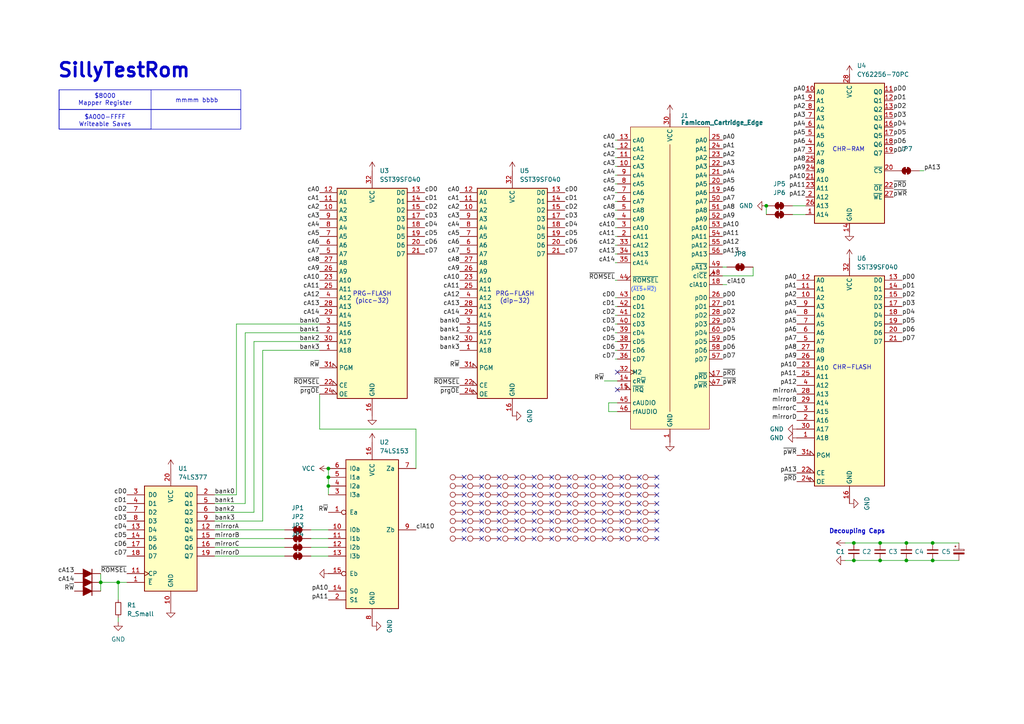
<source format=kicad_sch>
(kicad_sch (version 20250114) (generator "eeschema") (generator_version "9.0")
  (paper "A4")
  (title_block (title "SillyTestRom") (date "2024-03-04") (rev "v0b"))
  (rectangle (start 17.145 31.75) (end 69.85 37.465))
  (rectangle (start 17.145 26.035) (end 69.85 31.75))
  (text "SillyTestRom" (at 16.51 22.86 0) (effects (font (size 4 4) (thickness 0.8) (bold yes)) (justify left bottom)))
  (text "CHR-RAM" (at 246.126 43.434 0) (effects (font (size 1.27 1.27))))
  (text "mmmm bbbb" (at 50.8 29.972 0) (effects (font (size 1.27 1.27)) (justify left bottom)))
  (text "PRG-FLASH\n(dip-32)" (at 149.352 86.36 0) (effects (font (size 1.27 1.27))))
  (text "CHR-FLASH" (at 247.142 106.68 0) (effects (font (size 1.27 1.27))))
  (text "PRG-FLASH\n(plcc-32)" (at 107.95 86.36 0) (effects (font (size 1.27 1.27))))
  (text "Decoupling Caps" (at 256.794 154.94 0) (effects (font (size 1.27 1.27) (thickness 0.254) (bold yes)) (justify right bottom)))
  (text_box "$8000\nMapper Register\n\n$A000-FFFF\nWriteable Saves" (at 17.145 26.035 0) (size 26.67 11.43) (margins 0.9525 0.9525 0.9525 0.9525) (effects (font (size 1.27 1.27)) (justify top)))
  (junction (at 222.25 59.69))
  (junction (at 95.25 140.97))
  (junction (at 247.65 157.48))
  (junction (at 34.29 168.91))
  (junction (at 255.27 162.56))
  (junction (at 95.25 135.89))
  (junction (at 262.89 157.48))
  (junction (at 29.21 168.91))
  (junction (at 247.65 162.56))
  (junction (at 270.51 162.56))
  (junction (at 95.25 138.43))
  (junction (at 270.51 157.48))
  (junction (at 255.27 157.48))
  (junction (at 262.89 162.56))
  (no_connect (at 185.42 148.59))
  (no_connect (at 175.26 153.67))
  (no_connect (at 144.78 146.05))
  (no_connect (at 185.42 138.43))
  (no_connect (at 134.62 151.13))
  (no_connect (at 175.26 156.21))
  (no_connect (at 190.5 143.51))
  (no_connect (at 179.07 107.95))
  (no_connect (at 190.5 151.13))
  (no_connect (at 165.1 151.13))
  (no_connect (at 179.07 113.03))
  (no_connect (at 134.62 146.05))
  (no_connect (at 180.34 156.21))
  (no_connect (at 175.26 148.59))
  (no_connect (at 175.26 143.51))
  (no_connect (at 139.7 143.51))
  (no_connect (at 139.7 153.67))
  (no_connect (at 134.62 156.21))
  (no_connect (at 139.7 156.21))
  (no_connect (at 160.02 140.97))
  (no_connect (at 180.34 140.97))
  (no_connect (at 154.94 143.51))
  (no_connect (at 180.34 153.67))
  (no_connect (at 175.26 151.13))
  (no_connect (at 139.7 148.59))
  (no_connect (at 165.1 148.59))
  (no_connect (at 144.78 140.97))
  (no_connect (at 144.78 143.51))
  (no_connect (at 165.1 138.43))
  (no_connect (at 170.18 146.05))
  (no_connect (at 149.86 143.51))
  (no_connect (at 185.42 153.67))
  (no_connect (at 190.5 153.67))
  (no_connect (at 139.7 151.13))
  (no_connect (at 165.1 146.05))
  (no_connect (at 144.78 151.13))
  (no_connect (at 144.78 148.59))
  (no_connect (at 180.34 138.43))
  (no_connect (at 160.02 146.05))
  (no_connect (at 139.7 140.97))
  (no_connect (at 134.62 143.51))
  (no_connect (at 180.34 143.51))
  (no_connect (at 185.42 151.13))
  (no_connect (at 180.34 148.59))
  (no_connect (at 160.02 151.13))
  (no_connect (at 149.86 151.13))
  (no_connect (at 185.42 156.21))
  (no_connect (at 160.02 138.43))
  (no_connect (at 170.18 138.43))
  (no_connect (at 134.62 138.43))
  (no_connect (at 149.86 138.43))
  (no_connect (at 165.1 140.97))
  (no_connect (at 165.1 153.67))
  (no_connect (at 175.26 146.05))
  (no_connect (at 154.94 156.21))
  (no_connect (at 165.1 143.51))
  (no_connect (at 170.18 143.51))
  (no_connect (at 190.5 148.59))
  (no_connect (at 170.18 140.97))
  (no_connect (at 160.02 148.59))
  (no_connect (at 144.78 138.43))
  (no_connect (at 160.02 156.21))
  (no_connect (at 154.94 138.43))
  (no_connect (at 190.5 146.05))
  (no_connect (at 149.86 148.59))
  (no_connect (at 180.34 146.05))
  (no_connect (at 160.02 153.67))
  (no_connect (at 154.94 146.05))
  (no_connect (at 170.18 156.21))
  (no_connect (at 170.18 151.13))
  (no_connect (at 185.42 146.05))
  (no_connect (at 190.5 156.21))
  (no_connect (at 154.94 148.59))
  (no_connect (at 185.42 140.97))
  (no_connect (at 154.94 151.13))
  (no_connect (at 139.7 138.43))
  (no_connect (at 175.26 138.43))
  (no_connect (at 149.86 153.67))
  (no_connect (at 170.18 148.59))
  (no_connect (at 175.26 140.97))
  (no_connect (at 154.94 140.97))
  (no_connect (at 134.62 140.97))
  (no_connect (at 149.86 146.05))
  (no_connect (at 190.5 138.43))
  (no_connect (at 149.86 140.97))
  (no_connect (at 144.78 156.21))
  (no_connect (at 185.42 143.51))
  (no_connect (at 149.86 156.21))
  (no_connect (at 139.7 146.05))
  (no_connect (at 154.94 153.67))
  (no_connect (at 160.02 143.51))
  (no_connect (at 170.18 153.67))
  (no_connect (at 180.34 151.13))
  (no_connect (at 190.5 140.97))
  (no_connect (at 165.1 156.21))
  (no_connect (at 134.62 153.67))
  (no_connect (at 134.62 148.59))
  (no_connect (at 144.78 153.67))
  (wire (pts (xy 179.07 110.49) (xy 175.26 110.49)))
  (wire (pts (xy 68.58 93.98) (xy 68.58 143.51)))
  (wire (pts (xy 76.2 151.13) (xy 76.2 101.6)))
  (wire (pts (xy 95.25 158.75) (xy 90.17 158.75)))
  (wire (pts (xy 229.87 62.23) (xy 233.68 62.23)))
  (wire (pts (xy 179.07 63.5) (xy 178.435 63.5)))
  (wire (pts (xy 179.07 104.14) (xy 178.435 104.14)))
  (wire (pts (xy 34.29 180.34) (xy 34.29 179.07)))
  (wire (pts (xy 179.07 60.96) (xy 178.435 60.96)))
  (wire (pts (xy 179.07 91.44) (xy 178.435 91.44)))
  (wire (pts (xy 179.07 119.38) (xy 176.53 119.38)))
  (wire (pts (xy 179.07 40.64) (xy 178.435 40.64)))
  (wire (pts (xy 262.89 157.48) (xy 270.51 157.48)))
  (wire (pts (xy 62.23 156.21) (xy 82.55 156.21)))
  (wire (pts (xy 71.12 96.52) (xy 92.71 96.52)))
  (wire (pts (xy 62.23 151.13) (xy 76.2 151.13)))
  (wire (pts (xy 179.07 58.42) (xy 178.435 58.42)))
  (wire (pts (xy 92.71 93.98) (xy 68.58 93.98)))
  (wire (pts (xy 179.07 116.84) (xy 176.53 116.84)))
  (wire (pts (xy 179.07 55.88) (xy 178.435 55.88)))
  (wire (pts (xy 73.66 148.59) (xy 62.23 148.59)))
  (wire (pts (xy 179.07 88.9) (xy 178.435 88.9)))
  (wire (pts (xy 95.25 138.43) (xy 95.25 140.97)))
  (wire (pts (xy 179.07 93.98) (xy 178.435 93.98)))
  (wire (pts (xy 73.66 99.06) (xy 73.66 148.59)))
  (wire (pts (xy 245.11 162.56) (xy 247.65 162.56)))
  (wire (pts (xy 62.23 158.75) (xy 82.55 158.75)))
  (wire (pts (xy 68.58 143.51) (xy 62.23 143.51)))
  (wire (pts (xy 29.21 166.37) (xy 29.21 168.91)))
  (wire (pts (xy 270.51 157.48) (xy 278.13 157.48)))
  (wire (pts (xy 179.07 68.58) (xy 178.435 68.58)))
  (wire (pts (xy 95.25 135.89) (xy 95.25 138.43)))
  (wire (pts (xy 255.27 162.56) (xy 262.89 162.56)))
  (wire (pts (xy 176.53 119.38) (xy 176.53 116.84)))
  (wire (pts (xy 179.07 86.36) (xy 178.435 86.36)))
  (wire (pts (xy 179.07 99.06) (xy 178.435 99.06)))
  (wire (pts (xy 179.07 66.04) (xy 178.435 66.04)))
  (wire (pts (xy 76.2 101.6) (xy 92.71 101.6)))
  (wire (pts (xy 210.82 77.47) (xy 209.55 77.47)))
  (wire (pts (xy 92.71 124.46) (xy 92.71 114.3)))
  (wire (pts (xy 179.07 101.6) (xy 178.435 101.6)))
  (wire (pts (xy 179.07 96.52) (xy 178.435 96.52)))
  (wire (pts (xy 29.21 168.91) (xy 29.21 171.45)))
  (wire (pts (xy 255.27 157.48) (xy 262.89 157.48)))
  (wire (pts (xy 247.65 162.56) (xy 255.27 162.56)))
  (wire (pts (xy 179.07 50.8) (xy 178.435 50.8)))
  (wire (pts (xy 62.23 161.29) (xy 82.55 161.29)))
  (wire (pts (xy 95.25 140.97) (xy 95.25 143.51)))
  (wire (pts (xy 179.07 81.28) (xy 178.435 81.28)))
  (wire (pts (xy 222.25 59.69) (xy 222.25 62.23)))
  (wire (pts (xy 209.55 80.01) (xy 218.44 80.01)))
  (wire (pts (xy 179.07 45.72) (xy 178.435 45.72)))
  (wire (pts (xy 179.07 43.18) (xy 178.435 43.18)))
  (wire (pts (xy 95.25 153.67) (xy 90.17 153.67)))
  (wire (pts (xy 218.44 80.01) (xy 218.44 77.47)))
  (wire (pts (xy 270.51 162.56) (xy 278.13 162.56)))
  (wire (pts (xy 29.21 168.91) (xy 34.29 168.91)))
  (wire (pts (xy 62.23 146.05) (xy 71.12 146.05)))
  (wire (pts (xy 34.29 168.91) (xy 36.83 168.91)))
  (wire (pts (xy 179.07 76.2) (xy 178.435 76.2)))
  (wire (pts (xy 179.07 73.66) (xy 178.435 73.66)))
  (wire (pts (xy 247.65 157.48) (xy 255.27 157.48)))
  (wire (pts (xy 120.65 124.46) (xy 92.71 124.46)))
  (wire (pts (xy 245.11 157.48) (xy 247.65 157.48)))
  (wire (pts (xy 71.12 146.05) (xy 71.12 96.52)))
  (wire (pts (xy 95.25 156.21) (xy 90.17 156.21)))
  (wire (pts (xy 229.87 59.69) (xy 233.68 59.69)))
  (wire (pts (xy 262.89 162.56) (xy 270.51 162.56)))
  (wire (pts (xy 266.7 49.53) (xy 267.97 49.53)))
  (wire (pts (xy 179.07 53.34) (xy 178.435 53.34)))
  (wire (pts (xy 95.25 161.29) (xy 90.17 161.29)))
  (wire (pts (xy 179.07 71.12) (xy 178.435 71.12)))
  (wire (pts (xy 179.07 48.26) (xy 178.435 48.26)))
  (wire (pts (xy 120.65 135.89) (xy 120.65 124.46)))
  (wire (pts (xy 92.71 99.06) (xy 73.66 99.06)))
  (wire (pts (xy 210.82 82.55) (xy 209.55 82.55)))
  (wire (pts (xy 34.29 173.99) (xy 34.29 168.91)))
  (wire (pts (xy 62.23 153.67) (xy 82.55 153.67)))
  (label "cD6" (at 36.83 158.75 180))
  (label "cA8" (at 92.71 76.2 180))
  (label "cD4" (at 36.83 153.67 180))
  (label "cA9" (at 133.35 78.74 180))
  (label "bank3" (at 62.23 151.13 0))
  (label "pA2" (at 231.14 86.36 180))
  (label "~{prgOE}" (at 133.35 114.3 180))
  (label "pA13" (at 267.97 49.53 0))
  (label "bank1" (at 133.35 96.52 180))
  (label "cA5" (at 133.35 68.58 180))
  (label "pA6" (at 233.68 41.91 180))
  (label "cA7" (at 178.435 58.42 180))
  (label "cD2" (at 123.19 60.96 0))
  (label "cD6" (at 163.83 71.12 0))
  (label "pD0" (at 209.55 86.36 0))
  (label "cA0" (at 92.71 55.88 180))
  (label "pD6" (at 261.62 96.52 0))
  (label "pA6" (at 231.14 96.52 180))
  (label "cD4" (at 123.19 66.04 0))
  (label "bank0" (at 62.23 143.51 0))
  (label "pA3" (at 233.68 34.29 180))
  (label "pD2" (at 261.62 86.36 0))
  (label "~{ROMSEL}" (at 178.435 81.28 180))
  (label "cD6" (at 123.19 71.12 0))
  (label "cA14" (at 21.59 168.91 180))
  (label "pA8" (at 209.55 60.96 0))
  (label "pA10" (at 231.14 106.68 180))
  (label "pA7" (at 209.55 58.42 0))
  (label "bank3" (at 133.35 101.6 180))
  (label "pA7" (at 231.14 99.06 180))
  (label "cA8" (at 178.435 60.96 180))
  (label "mirrorC" (at 62.23 158.75 0))
  (label "cD5" (at 163.83 68.58 0))
  (label "pA1" (at 209.55 43.18 0))
  (label "~{pRD}" (at 209.55 109.22 0))
  (label "cD5" (at 178.435 99.06 180))
  (label "cA10" (at 178.435 66.04 180))
  (label "pA9" (at 231.14 104.14 180))
  (label "pD5" (at 259.08 39.37 0))
  (label "bank2" (at 62.23 148.59 0))
  (label "pA9" (at 209.55 63.5 0))
  (label "cA3" (at 92.71 63.5 180))
  (label "cA2" (at 178.435 45.72 180))
  (label "cD0" (at 163.83 55.88 0))
  (label "mirrorD" (at 231.14 121.92 180))
  (label "cA8" (at 133.35 76.2 180))
  (label "cA3" (at 178.435 48.26 180))
  (label "~{ROMSEL}" (at 92.71 111.76 180))
  (label "pD0" (at 259.08 26.67 0))
  (label "cD1" (at 178.435 88.9 180))
  (label "pA1" (at 233.68 29.21 180))
  (label "cA0" (at 178.435 40.64 180))
  (label "cA5" (at 178.435 53.34 180))
  (label "pD1" (at 209.55 88.9 0))
  (label "cA2" (at 133.35 60.96 180))
  (label "cD6" (at 178.435 101.6 180))
  (label "cA0" (at 133.35 55.88 180))
  (label "R~{W}" (at 95.25 148.59 180))
  (label "cA14" (at 178.435 76.2 180))
  (label "bank2" (at 92.71 99.06 180))
  (label "pA1" (at 231.14 83.82 180))
  (label "pD5" (at 261.62 93.98 0))
  (label "pD3" (at 261.62 88.9 0))
  (label "pA8" (at 233.68 46.99 180))
  (label "pA7" (at 233.68 44.45 180))
  (label "mirrorC" (at 231.14 119.38 180))
  (label "cA1" (at 92.71 58.42 180))
  (label "bank1" (at 62.23 146.05 0))
  (label "~{pRD}" (at 259.08 54.61 0))
  (label "mirrorA" (at 231.14 114.3 180))
  (label "pD7" (at 259.08 44.45 0))
  (label "cA7" (at 92.71 73.66 180))
  (label "~{ROMSEL}" (at 36.83 166.37 180))
  (label "~{pWR}" (at 209.55 111.76 0))
  (label "cA12" (at 92.71 86.36 180))
  (label "cA9" (at 92.71 78.74 180))
  (label "cA13" (at 21.59 166.37 180))
  (label "pD1" (at 259.08 29.21 0))
  (label "pD6" (at 209.55 101.6 0))
  (label "cD0" (at 36.83 143.51 180))
  (label "pA10" (at 209.55 66.04 0))
  (label "cA1" (at 133.35 58.42 180))
  (label "cA11" (at 133.35 83.82 180))
  (label "pA5" (at 209.55 53.34 0))
  (label "cD0" (at 123.19 55.88 0))
  (label "pD3" (at 259.08 34.29 0))
  (label "bank2" (at 133.35 99.06 180))
  (label "cD1" (at 123.19 58.42 0))
  (label "mirrorD" (at 62.23 161.29 0))
  (label "cA10" (at 92.71 81.28 180))
  (label "cD3" (at 178.435 93.98 180))
  (label "cA7" (at 133.35 73.66 180))
  (label "pA5" (at 231.14 93.98 180))
  (label "mirrorB" (at 62.23 156.21 0))
  (label "pA4" (at 233.68 36.83 180))
  (label "cD2" (at 36.83 148.59 180))
  (label "cD7" (at 163.83 73.66 0))
  (label "pA2" (at 209.55 45.72 0))
  (label "cD3" (at 36.83 151.13 180))
  (label "pA0" (at 209.55 40.64 0))
  (label "cA3" (at 133.35 63.5 180))
  (label "pA4" (at 209.55 50.8 0))
  (label "cA14" (at 92.71 91.44 180))
  (label "cA2" (at 92.71 60.96 180))
  (label "R~{W}" (at 175.26 110.49 180))
  (label "ciA10" (at 210.82 82.55 0))
  (label "cA4" (at 92.71 66.04 180))
  (label "cA12" (at 178.435 71.12 180))
  (label "pA8" (at 231.14 101.6 180))
  (label "pD5" (at 209.55 99.06 0))
  (label "cA11" (at 92.71 83.82 180))
  (label "cA14" (at 133.35 91.44 180))
  (label "pA2" (at 233.68 31.75 180))
  (label "cA13" (at 133.35 88.9 180))
  (label "cA6" (at 92.71 71.12 180))
  (label "pD1" (at 261.62 83.82 0))
  (label "pA12" (at 209.55 71.12 0))
  (label "~{pWR}" (at 231.14 132.08 180))
  (label "pA3" (at 209.55 48.26 0))
  (label "cD0" (at 178.435 86.36 180))
  (label "pA9" (at 233.68 49.53 180))
  (label "cD2" (at 163.83 60.96 0))
  (label "pA11" (at 209.55 68.58 0))
  (label "~{pWR}" (at 259.08 57.15 0))
  (label "pA0" (at 233.68 26.67 180))
  (label "pA0" (at 231.14 81.28 180))
  (label "bank1" (at 92.71 96.52 180))
  (label "bank0" (at 133.35 93.98 180))
  (label "cA4" (at 178.435 50.8 180))
  (label "pD4" (at 259.08 36.83 0))
  (label "ciA10" (at 120.65 153.67 0))
  (label "pD6" (at 259.08 41.91 0))
  (label "cD5" (at 36.83 156.21 180))
  (label "cA10" (at 133.35 81.28 180))
  (label "cD2" (at 178.435 91.44 180))
  (label "pD3" (at 209.55 93.98 0))
  (label "cD4" (at 178.435 96.52 180))
  (label "cD7" (at 36.83 161.29 180))
  (label "pD7" (at 209.55 104.14 0))
  (label "pA12" (at 231.14 111.76 180))
  (label "pA12" (at 233.68 57.15 180))
  (label "pA10" (at 233.68 52.07 180))
  (label "pA10" (at 95.25 171.45 180))
  (label "cA12" (at 133.35 86.36 180))
  (label "cA1" (at 178.435 43.18 180))
  (label "pD4" (at 209.55 96.52 0))
  (label "pA11" (at 231.14 109.22 180))
  (label "cD3" (at 163.83 63.5 0))
  (label "cA6" (at 178.435 55.88 180))
  (label "cA5" (at 92.71 68.58 180))
  (label "R~{W}" (at 133.35 106.68 180))
  (label "R~{W}" (at 21.59 171.45 180))
  (label "~{ROMSEL}" (at 133.35 111.76 180))
  (label "mirrorA" (at 62.23 153.67 0))
  (label "cA4" (at 133.35 66.04 180))
  (label "~{pRD}" (at 231.14 139.7 180))
  (label "cD5" (at 123.19 68.58 0))
  (label "pA4" (at 231.14 91.44 180))
  (label "cD4" (at 163.83 66.04 0))
  (label "pD0" (at 261.62 81.28 0))
  (label "cA6" (at 133.35 71.12 180))
  (label "pD2" (at 259.08 31.75 0))
  (label "cD1" (at 163.83 58.42 0))
  (label "pA11" (at 233.68 54.61 180))
  (label "pA11" (at 95.25 173.99 180))
  (label "mirrorB" (at 231.14 116.84 180))
  (label "R~{W}" (at 92.71 106.68 180))
  (label "pA13" (at 231.14 137.16 180))
  (label "pD4" (at 261.62 91.44 0))
  (label "pA5" (at 233.68 39.37 180))
  (label "~{prgOE}" (at 92.71 114.3 180))
  (label "cA11" (at 178.435 68.58 180))
  (label "cD7" (at 178.435 104.14 180))
  (label "pD7" (at 261.62 99.06 0))
  (label "cA13" (at 92.71 88.9 180))
  (label "cD1" (at 36.83 146.05 180))
  (label "pA13" (at 209.55 73.66 0))
  (label "bank0" (at 92.71 93.98 180))
  (label "pA6" (at 209.55 55.88 0))
  (label "cD3" (at 123.19 63.5 0))
  (label "cA9" (at 178.435 63.5 180))
  (label "pA3" (at 231.14 88.9 180))
  (label "cD7" (at 123.19 73.66 0))
  (label "cA13" (at 178.435 73.66 180))
  (label "bank3" (at 92.71 101.6 180))
  (label "pD2" (at 209.55 91.44 0))
  (symbol (lib_id "Connector:TestPoint") (at 180.34 156.21 90) (unit 1)
    (property "Reference" "TP80" (effects (hide yes)))
    (property "Value" "TestPoint" (effects (hide yes)))
    (property "Footprint" "Library:TestPoint_THTPad_D1.5mm_Drill1mm" (effects (hide yes)))
    (property "Description" "test point" (effects (hide yes)))
  )
  (symbol (lib_id "Connector:TestPoint") (at 165.1 151.13 90) (unit 1)
    (property "Reference" "TP54" (effects (hide yes)))
    (property "Value" "TestPoint" (effects (hide yes)))
    (property "Footprint" "Library:TestPoint_THTPad_D1.5mm_Drill1mm" (effects (hide yes)))
    (property "Description" "test point" (effects (hide yes)))
  )
  (symbol (lib_id "Connector:TestPoint") (at 139.7 151.13 90) (unit 1)
    (property "Reference" "TP14" (effects (hide yes)))
    (property "Value" "TestPoint" (effects (hide yes)))
    (property "Footprint" "Library:TestPoint_THTPad_D1.5mm_Drill1mm" (effects (hide yes)))
    (property "Description" "test point" (effects (hide yes)))
  )
  (symbol (lib_id "Jumper:SolderJumper_2_Bridged") (at 226.06 59.69 0) (unit 1) (exclude_from_sim yes) (in_bom no)
    (property "Reference" "JP5" (at 226.06 53.34 0))
    (property "Value" "SolderJumper_2_Bridged" (effects (hide yes)))
    (property "Footprint" "Jumper:SolderJumper-2_P1.3mm_Bridged2Bar_RoundedPad1.0x1.5mm" (effects (hide yes)))
    (property "Description" "Solder Jumper, 2-pole, closed/bridged" (effects (hide yes)))
  )
  (symbol (lib_name "VCC_1") (lib_id "power:VCC") (at 95.25 135.89 90) (unit 1)
    (property "Reference" "#PWR05" (effects (hide yes)))
    (property "Value" "VCC" (at 91.44 135.8899 90) (effects (justify left)))
    (property "Description" "Power symbol creates a global label with name \"VCC\"" (effects (hide yes)))
  )
  (symbol (lib_id "Connector:TestPoint") (at 160.02 151.13 90) (unit 1)
    (property "Reference" "TP46" (effects (hide yes)))
    (property "Value" "TestPoint" (effects (hide yes)))
    (property "Footprint" "Library:TestPoint_THTPad_D1.5mm_Drill1mm" (effects (hide yes)))
    (property "Description" "test point" (effects (hide yes)))
  )
  (symbol (lib_id "Connector:TestPoint") (at 134.62 140.97 90) (unit 1)
    (property "Reference" "TP7" (effects (hide yes)))
    (property "Value" "TestPoint" (effects (hide yes)))
    (property "Footprint" "Library:TestPoint_THTPad_D1.5mm_Drill1mm" (effects (hide yes)))
    (property "Description" "test point" (effects (hide yes)))
  )
  (symbol (lib_id "Connector:TestPoint") (at 134.62 151.13 90) (unit 1)
    (property "Reference" "TP3" (effects (hide yes)))
    (property "Value" "TestPoint" (effects (hide yes)))
    (property "Footprint" "Library:TestPoint_THTPad_D1.5mm_Drill1mm" (effects (hide yes)))
    (property "Description" "test point" (effects (hide yes)))
  )
  (symbol (lib_id "Connector:TestPoint") (at 139.7 148.59 90) (unit 1)
    (property "Reference" "TP13" (effects (hide yes)))
    (property "Value" "TestPoint" (effects (hide yes)))
    (property "Footprint" "Library:TestPoint_THTPad_D1.5mm_Drill1mm" (effects (hide yes)))
    (property "Description" "test point" (effects (hide yes)))
  )
  (symbol (lib_id "Connector:TestPoint") (at 154.94 146.05 90) (unit 1)
    (property "Reference" "TP36" (effects (hide yes)))
    (property "Value" "TestPoint" (effects (hide yes)))
    (property "Footprint" "Library:TestPoint_THTPad_D1.5mm_Drill1mm" (effects (hide yes)))
    (property "Description" "test point" (effects (hide yes)))
  )
  (symbol (lib_id "Connector:TestPoint") (at 180.34 143.51 90) (unit 1)
    (property "Reference" "TP75" (effects (hide yes)))
    (property "Value" "TestPoint" (effects (hide yes)))
    (property "Footprint" "Library:TestPoint_THTPad_D1.5mm_Drill1mm" (effects (hide yes)))
    (property "Description" "test point" (effects (hide yes)))
  )
  (symbol (lib_id "Connector:TestPoint") (at 144.78 146.05 90) (unit 1)
    (property "Reference" "TP20" (effects (hide yes)))
    (property "Value" "TestPoint" (effects (hide yes)))
    (property "Footprint" "Library:TestPoint_THTPad_D1.5mm_Drill1mm" (effects (hide yes)))
    (property "Description" "test point" (effects (hide yes)))
  )
  (symbol (lib_id "Connector:TestPoint") (at 154.94 156.21 90) (unit 1)
    (property "Reference" "TP40" (effects (hide yes)))
    (property "Value" "TestPoint" (effects (hide yes)))
    (property "Footprint" "Library:TestPoint_THTPad_D1.5mm_Drill1mm" (effects (hide yes)))
    (property "Description" "test point" (effects (hide yes)))
  )
  (symbol (lib_id "Jumper:SolderJumper_2_Bridged") (at 262.89 49.53 0) (unit 1) (exclude_from_sim yes) (in_bom no)
    (property "Reference" "JP7" (at 262.89 43.18 0))
    (property "Value" "SolderJumper_2_Bridged" (effects (hide yes)))
    (property "Footprint" "Jumper:SolderJumper-2_P1.3mm_Bridged2Bar_RoundedPad1.0x1.5mm" (effects (hide yes)))
    (property "Description" "Solder Jumper, 2-pole, closed/bridged" (effects (hide yes)))
  )
  (symbol (lib_id "Device:R_Small") (at 34.29 176.53 0) (unit 1)
    (property "Reference" "R1" (at 36.83 175.514 0) (effects (justify left)))
    (property "Value" "R_Small" (at 36.83 178.054 0) (effects (justify left)))
    (property "Footprint" "PCM_Resistor_THT_AKL:R_Axial_DIN0204_L3.6mm_D1.6mm_P7.62mm_Horizontal" (effects (hide yes)))
    (property "Description" "Resistor, small symbol" (effects (hide yes)))
  )
  (symbol (lib_id "Connector:TestPoint") (at 139.7 143.51 90) (unit 1)
    (property "Reference" "TP11" (effects (hide yes)))
    (property "Value" "TestPoint" (effects (hide yes)))
    (property "Footprint" "Library:TestPoint_THTPad_D1.5mm_Drill1mm" (effects (hide yes)))
    (property "Description" "test point" (effects (hide yes)))
  )
  (symbol (lib_id "Connector:TestPoint") (at 175.26 138.43 90) (unit 1)
    (property "Reference" "TP65" (effects (hide yes)))
    (property "Value" "TestPoint" (effects (hide yes)))
    (property "Footprint" "Library:TestPoint_THTPad_D1.5mm_Drill1mm" (effects (hide yes)))
    (property "Description" "test point" (effects (hide yes)))
  )
  (symbol (lib_id "Connector:TestPoint") (at 165.1 146.05 90) (unit 1)
    (property "Reference" "TP52" (effects (hide yes)))
    (property "Value" "TestPoint" (effects (hide yes)))
    (property "Footprint" "Library:TestPoint_THTPad_D1.5mm_Drill1mm" (effects (hide yes)))
    (property "Description" "test point" (effects (hide yes)))
  )
  (symbol (lib_id "Connector:TestPoint") (at 175.26 156.21 90) (unit 1)
    (property "Reference" "TP72" (effects (hide yes)))
    (property "Value" "TestPoint" (effects (hide yes)))
    (property "Footprint" "Library:TestPoint_THTPad_D1.5mm_Drill1mm" (effects (hide yes)))
    (property "Description" "test point" (effects (hide yes)))
  )
  (symbol (lib_id "Connector:TestPoint") (at 160.02 148.59 90) (unit 1)
    (property "Reference" "TP45" (effects (hide yes)))
    (property "Value" "TestPoint" (effects (hide yes)))
    (property "Footprint" "Library:TestPoint_THTPad_D1.5mm_Drill1mm" (effects (hide yes)))
    (property "Description" "test point" (effects (hide yes)))
  )
  (symbol (lib_id "power:VCC") (at 107.95 128.27 0) (unit 1)
    (property "Reference" "#PWR010" (effects (hide yes)))
    (property "Value" "VCC" (effects (hide yes)))
  )
  (symbol (lib_id "Jumper:SolderJumper_2_Bridged") (at 86.36 161.29 0) (unit 1) (exclude_from_sim yes) (in_bom no)
    (property "Reference" "JP4" (at 86.36 154.94 0))
    (property "Value" "SolderJumper_2_Bridged" (effects (hide yes)))
    (property "Footprint" "Jumper:SolderJumper-2_P1.3mm_Bridged2Bar_RoundedPad1.0x1.5mm" (effects (hide yes)))
    (property "Description" "Solder Jumper, 2-pole, closed/bridged" (effects (hide yes)))
  )
  (symbol (lib_id "Device:C_Small") (at 255.27 160.02 0) (mirror x) (unit 1)
    (property "Reference" "C2" (at 252.73 160.0135 0) (effects (justify right)))
    (property "Value" "C_Small" (effects (hide yes)))
    (property "Footprint" "Capacitor_THT:C_Disc_D3.0mm_W1.6mm_P2.50mm" (effects (hide yes)))
  )
  (symbol (lib_id "Memory_Flash:SST39SF040") (at 107.95 86.36 0) (unit 1)
    (property "Reference" "U3" (at 110.0933 49.53 0) (effects (justify left)))
    (property "Value" "SST39SF040" (at 110.0933 52.07 0) (effects (justify left)))
    (property "Footprint" "PCM_Package_LCC_AKL:PLCC-32_SMD-Socket" (effects (hide yes)))
    (property "Datasheet" "http://ww1.microchip.com/downloads/en/DeviceDoc/25022B.pdf" (effects (hide yes)))
    (property "Description" "Silicon Storage Technology (SSF) 512k x 8 Flash ROM" (effects (hide yes)))
  )
  (symbol (lib_id "Connector:TestPoint") (at 160.02 153.67 90) (unit 1)
    (property "Reference" "TP47" (effects (hide yes)))
    (property "Value" "TestPoint" (effects (hide yes)))
    (property "Footprint" "Library:TestPoint_THTPad_D1.5mm_Drill1mm" (effects (hide yes)))
    (property "Description" "test point" (effects (hide yes)))
  )
  (symbol (lib_id "Connector:TestPoint") (at 170.18 138.43 90) (unit 1)
    (property "Reference" "TP57" (effects (hide yes)))
    (property "Value" "TestPoint" (effects (hide yes)))
    (property "Footprint" "Library:TestPoint_THTPad_D1.5mm_Drill1mm" (effects (hide yes)))
    (property "Description" "test point" (effects (hide yes)))
  )
  (symbol (lib_id "Connector:TestPoint") (at 134.62 153.67 90) (unit 1)
    (property "Reference" "TP2" (effects (hide yes)))
    (property "Value" "TestPoint" (effects (hide yes)))
    (property "Footprint" "Library:TestPoint_THTPad_D1.5mm_Drill1mm" (effects (hide yes)))
    (property "Description" "test point" (effects (hide yes)))
  )
  (symbol (lib_id "Connector:TestPoint") (at 170.18 140.97 90) (unit 1)
    (property "Reference" "TP58" (effects (hide yes)))
    (property "Value" "TestPoint" (effects (hide yes)))
    (property "Footprint" "Library:TestPoint_THTPad_D1.5mm_Drill1mm" (effects (hide yes)))
    (property "Description" "test point" (effects (hide yes)))
  )
  (symbol (lib_id "Connector:TestPoint") (at 185.42 156.21 90) (unit 1)
    (property "Reference" "TP88" (effects (hide yes)))
    (property "Value" "TestPoint" (effects (hide yes)))
    (property "Footprint" "Library:TestPoint_THTPad_D1.5mm_Drill1mm" (effects (hide yes)))
    (property "Description" "test point" (effects (hide yes)))
  )
  (symbol (lib_id "Connector:TestPoint") (at 144.78 148.59 90) (unit 1)
    (property "Reference" "TP21" (effects (hide yes)))
    (property "Value" "TestPoint" (effects (hide yes)))
    (property "Footprint" "Library:TestPoint_THTPad_D1.5mm_Drill1mm" (effects (hide yes)))
    (property "Description" "test point" (effects (hide yes)))
  )
  (symbol (lib_id "Connector:TestPoint") (at 139.7 153.67 90) (unit 1)
    (property "Reference" "TP15" (effects (hide yes)))
    (property "Value" "TestPoint" (effects (hide yes)))
    (property "Footprint" "Library:TestPoint_THTPad_D1.5mm_Drill1mm" (effects (hide yes)))
    (property "Description" "test point" (effects (hide yes)))
  )
  (symbol (lib_id "Connector:TestPoint") (at 160.02 143.51 90) (unit 1)
    (property "Reference" "TP43" (effects (hide yes)))
    (property "Value" "TestPoint" (effects (hide yes)))
    (property "Footprint" "Library:TestPoint_THTPad_D1.5mm_Drill1mm" (effects (hide yes)))
    (property "Description" "test point" (effects (hide yes)))
  )
  (symbol (lib_id "Jumper:SolderJumper_2_Bridged") (at 86.36 156.21 0) (unit 1) (exclude_from_sim yes) (in_bom no)
    (property "Reference" "JP2" (at 86.36 149.86 0))
    (property "Value" "SolderJumper_2_Bridged" (effects (hide yes)))
    (property "Footprint" "Jumper:SolderJumper-2_P1.3mm_Bridged2Bar_RoundedPad1.0x1.5mm" (effects (hide yes)))
    (property "Description" "Solder Jumper, 2-pole, closed/bridged" (effects (hide yes)))
  )
  (symbol (lib_id "Memory_Flash:SST39SF040") (at 246.38 111.76 0) (unit 1)
    (property "Reference" "U6" (at 248.5233 74.93 0) (effects (justify left)))
    (property "Value" "SST39SF040" (at 248.5233 77.47 0) (effects (justify left)))
    (property "Footprint" "PCM_Package_LCC_AKL:PLCC-32_SMD-Socket" (effects (hide yes)))
    (property "Datasheet" "http://ww1.microchip.com/downloads/en/DeviceDoc/25022B.pdf" (effects (hide yes)))
    (property "Description" "Silicon Storage Technology (SSF) 512k x 8 Flash ROM" (effects (hide yes)))
  )
  (symbol (lib_id "Connector:TestPoint") (at 175.26 151.13 90) (unit 1)
    (property "Reference" "TP70" (effects (hide yes)))
    (property "Value" "TestPoint" (effects (hide yes)))
    (property "Footprint" "Library:TestPoint_THTPad_D1.5mm_Drill1mm" (effects (hide yes)))
    (property "Description" "test point" (effects (hide yes)))
  )
  (symbol (lib_id "Connector:TestPoint") (at 170.18 148.59 90) (unit 1)
    (property "Reference" "TP61" (effects (hide yes)))
    (property "Value" "TestPoint" (effects (hide yes)))
    (property "Footprint" "Library:TestPoint_THTPad_D1.5mm_Drill1mm" (effects (hide yes)))
    (property "Description" "test point" (effects (hide yes)))
  )
  (symbol (lib_id "Famicom:Famicom_Cartridge_Edge") (at 177.8 128.27 0) (unit 1)
    (property "Reference" "J1" (at 197.358 33.528 0) (effects (justify left)))
    (property "Value" "Famicom_Cartridge_Edge" (at 197.358 35.56 0) (effects (font (thickness 0.254) (bold yes)) (justify left)))
    (property "Footprint" "famicom:Famicom Cartridge Edge Connector (long legs)" (effects (hide yes)))
  )
  (symbol (lib_name "GND_4") (lib_id "power:GND") (at 231.14 127 270) (unit 1)
    (property "Reference" "#PWR020" (effects (hide yes)))
    (property "Value" "GND" (at 227.33 126.9999 90) (effects (justify right)))
    (property "Description" "Power symbol creates a global label with name \"GND\" , ground" (effects (hide yes)))
  )
  (symbol (lib_id "Connector:TestPoint") (at 190.5 148.59 90) (unit 1)
    (property "Reference" "TP93" (effects (hide yes)))
    (property "Value" "TestPoint" (effects (hide yes)))
    (property "Footprint" "Library:TestPoint_THTPad_D1.5mm_Drill1mm" (effects (hide yes)))
    (property "Description" "test point" (effects (hide yes)))
  )
  (symbol (lib_id "Connector:TestPoint") (at 160.02 138.43 90) (unit 1)
    (property "Reference" "TP41" (effects (hide yes)))
    (property "Value" "TestPoint" (effects (hide yes)))
    (property "Footprint" "Library:TestPoint_THTPad_D1.5mm_Drill1mm" (effects (hide yes)))
    (property "Description" "test point" (effects (hide yes)))
  )
  (symbol (lib_id "power:VCC") (at 246.38 21.59 0) (unit 1)
    (property "Reference" "#PWR09" (effects (hide yes)))
    (property "Value" "VCC" (effects (hide yes)))
  )
  (symbol (lib_id "Jumper:SolderJumper_2_Bridged") (at 86.36 158.75 0) (unit 1) (exclude_from_sim yes) (in_bom no)
    (property "Reference" "JP3" (at 86.36 152.4 0))
    (property "Value" "SolderJumper_2_Bridged" (effects (hide yes)))
    (property "Footprint" "Jumper:SolderJumper-2_P1.3mm_Bridged2Bar_RoundedPad1.0x1.5mm" (effects (hide yes)))
    (property "Description" "Solder Jumper, 2-pole, closed/bridged" (effects (hide yes)))
  )
  (symbol (lib_id "Device:C_Small") (at 270.51 160.02 0) (mirror x) (unit 1)
    (property "Reference" "C4" (at 267.97 160.0135 0) (effects (justify right)))
    (property "Value" "C_Small" (effects (hide yes)))
    (property "Footprint" "Capacitor_THT:C_Disc_D3.0mm_W1.6mm_P2.50mm" (effects (hide yes)))
  )
  (symbol (lib_id "Connector:TestPoint") (at 139.7 140.97 90) (unit 1)
    (property "Reference" "TP10" (effects (hide yes)))
    (property "Value" "TestPoint" (effects (hide yes)))
    (property "Footprint" "Library:TestPoint_THTPad_D1.5mm_Drill1mm" (effects (hide yes)))
    (property "Description" "test point" (effects (hide yes)))
  )
  (symbol (lib_id "Memory_Flash:SST39SF040") (at 148.59 86.36 0) (unit 1)
    (property "Reference" "U5" (at 150.7333 49.53 0) (effects (justify left)))
    (property "Value" "SST39SF040" (at 150.7333 52.07 0) (effects (justify left)))
    (property "Footprint" "PCM_Package_DIP_AKL:DIP-32_W15.24mm" (effects (hide yes)))
    (property "Datasheet" "http://ww1.microchip.com/downloads/en/DeviceDoc/25022B.pdf" (effects (hide yes)))
    (property "Description" "Silicon Storage Technology (SSF) 512k x 8 Flash ROM" (effects (hide yes)))
  )
  (symbol (lib_id "Connector:TestPoint") (at 149.86 138.43 90) (unit 1)
    (property "Reference" "TP25" (effects (hide yes)))
    (property "Value" "TestPoint" (effects (hide yes)))
    (property "Footprint" "Library:TestPoint_THTPad_D1.5mm_Drill1mm" (effects (hide yes)))
    (property "Description" "test point" (effects (hide yes)))
  )
  (symbol (lib_id "power:GND") (at 49.53 176.53 0) (unit 1)
    (property "Reference" "#PWR012" (effects (hide yes)))
    (property "Value" "GND" (effects (hide yes)))
  )
  (symbol (lib_id "Device:C_Polarized_Small") (at 278.13 160.02 0) (unit 1)
    (property "Reference" "C5" (at 273.05 160.02 0) (effects (justify left)))
    (property "Value" "C_Polarized_Small" (effects (hide yes)))
    (property "Footprint" "Capacitor_THT:CP_Radial_D5.0mm_P2.50mm" (effects (hide yes)))
    (property "Description" "Polarized capacitor, small symbol" (effects (hide yes)))
  )
  (symbol (lib_id "Connector:TestPoint") (at 149.86 151.13 90) (unit 1)
    (property "Reference" "TP30" (effects (hide yes)))
    (property "Value" "TestPoint" (effects (hide yes)))
    (property "Footprint" "Library:TestPoint_THTPad_D1.5mm_Drill1mm" (effects (hide yes)))
    (property "Description" "test point" (effects (hide yes)))
  )
  (symbol (lib_id "Connector:TestPoint") (at 170.18 156.21 90) (unit 1)
    (property "Reference" "TP64" (effects (hide yes)))
    (property "Value" "TestPoint" (effects (hide yes)))
    (property "Footprint" "Library:TestPoint_THTPad_D1.5mm_Drill1mm" (effects (hide yes)))
    (property "Description" "test point" (effects (hide yes)))
  )
  (symbol (lib_id "Device:C_Small") (at 247.65 160.02 0) (mirror x) (unit 1)
    (property "Reference" "C1" (at 245.11 160.0135 0) (effects (justify right)))
    (property "Value" "C_Small" (effects (hide yes)))
    (property "Footprint" "Capacitor_THT:C_Disc_D3.0mm_W1.6mm_P2.50mm" (effects (hide yes)))
  )
  (symbol (lib_id "power:GND") (at 148.59 120.65 90) (unit 1)
    (property "Reference" "#PWR016" (effects (hide yes)))
    (property "Value" "GND" (at 153.67 120.65 0))
  )
  (symbol (lib_id "power:VCC") (at 107.95 49.53 0) (unit 1)
    (property "Reference" "#PWR08" (effects (hide yes)))
    (property "Value" "VCC" (effects (hide yes)))
  )
  (symbol (lib_id "Connector:TestPoint") (at 144.78 153.67 90) (unit 1)
    (property "Reference" "TP23" (effects (hide yes)))
    (property "Value" "TestPoint" (effects (hide yes)))
    (property "Footprint" "Library:TestPoint_THTPad_D1.5mm_Drill1mm" (effects (hide yes)))
    (property "Description" "test point" (effects (hide yes)))
  )
  (symbol (lib_id "power:VCC") (at 245.11 157.48 90) (mirror x) (unit 1)
    (property "Reference" "#PWR040" (effects (hide yes)))
    (property "Value" "VCC" (effects (hide yes)))
  )
  (symbol (lib_id "power:GND") (at 246.38 67.31 0) (unit 1)
    (property "Reference" "#PWR014" (effects (hide yes)))
    (property "Value" "GND" (effects (hide yes)))
  )
  (symbol (lib_id "Connector:TestPoint") (at 170.18 146.05 90) (unit 1)
    (property "Reference" "TP60" (effects (hide yes)))
    (property "Value" "TestPoint" (effects (hide yes)))
    (property "Footprint" "Library:TestPoint_THTPad_D1.5mm_Drill1mm" (effects (hide yes)))
    (property "Description" "test point" (effects (hide yes)))
  )
  (symbol (lib_id "power:VCC") (at 246.38 74.93 0) (unit 1)
    (property "Reference" "#PWR017" (effects (hide yes)))
    (property "Value" "VCC" (effects (hide yes)))
  )
  (symbol (lib_id "Connector:TestPoint") (at 165.1 148.59 90) (unit 1)
    (property "Reference" "TP53" (effects (hide yes)))
    (property "Value" "TestPoint" (effects (hide yes)))
    (property "Footprint" "Library:TestPoint_THTPad_D1.5mm_Drill1mm" (effects (hide yes)))
    (property "Description" "test point" (effects (hide yes)))
  )
  (symbol (lib_id "Connector:TestPoint") (at 149.86 146.05 90) (unit 1)
    (property "Reference" "TP28" (effects (hide yes)))
    (property "Value" "TestPoint" (effects (hide yes)))
    (property "Footprint" "Library:TestPoint_THTPad_D1.5mm_Drill1mm" (effects (hide yes)))
    (property "Description" "test point" (effects (hide yes)))
  )
  (symbol (lib_id "power:VCC") (at 194.31 33.02 0) (unit 1)
    (property "Reference" "#PWR02" (effects (hide yes)))
    (property "Value" "VCC" (effects (hide yes)))
  )
  (symbol (lib_id "Connector:TestPoint") (at 154.94 143.51 90) (unit 1)
    (property "Reference" "TP35" (effects (hide yes)))
    (property "Value" "TestPoint" (effects (hide yes)))
    (property "Footprint" "Library:TestPoint_THTPad_D1.5mm_Drill1mm" (effects (hide yes)))
    (property "Description" "test point" (effects (hide yes)))
  )
  (symbol (lib_id "power:GND") (at 194.31 128.27 0) (unit 1)
    (property "Reference" "#PWR01" (effects (hide yes)))
    (property "Value" "GND" (effects (hide yes)))
  )
  (symbol (lib_id "Connector:TestPoint") (at 165.1 153.67 90) (unit 1)
    (property "Reference" "TP55" (effects (hide yes)))
    (property "Value" "TestPoint" (effects (hide yes)))
    (property "Footprint" "Library:TestPoint_THTPad_D1.5mm_Drill1mm" (effects (hide yes)))
    (property "Description" "test point" (effects (hide yes)))
  )
  (symbol (lib_id "Device:C_Small") (at 262.89 160.02 0) (mirror x) (unit 1)
    (property "Reference" "C3" (at 260.35 160.0135 0) (effects (justify right)))
    (property "Value" "C_Small" (effects (hide yes)))
    (property "Footprint" "Capacitor_THT:C_Disc_D3.0mm_W1.6mm_P2.50mm" (effects (hide yes)))
  )
  (symbol (lib_id "Jumper:SolderJumper_2_Bridged") (at 226.06 62.23 0) (unit 1) (exclude_from_sim yes) (in_bom no)
    (property "Reference" "JP6" (at 226.06 55.88 0))
    (property "Value" "SolderJumper_2_Bridged" (effects (hide yes)))
    (property "Footprint" "Jumper:SolderJumper-2_P1.3mm_Bridged2Bar_RoundedPad1.0x1.5mm" (effects (hide yes)))
    (property "Description" "Solder Jumper, 2-pole, closed/bridged" (effects (hide yes)))
  )
  (symbol (lib_id "Memory_RAM:CY62256-70PC") (at 246.38 44.45 0) (unit 1)
    (property "Reference" "U4" (at 248.5233 19.05 0) (effects (justify left)))
    (property "Value" "CY62256-70PC" (at 248.5233 21.59 0) (effects (justify left)))
    (property "Footprint" "PCM_Package_DIP_AKL:DIP-28_W15.24mm" (effects (hide yes)))
    (property "Datasheet" "https://ecee.colorado.edu/~mcclurel/Cypress_SRAM_CY62256.pdf" (effects (hide yes)))
    (property "Description" "256K (32K x 8) Static RAM, 70ns, DIP-28" (effects (hide yes)))
  )
  (symbol (lib_id "Connector:TestPoint") (at 170.18 143.51 90) (unit 1)
    (property "Reference" "TP59" (effects (hide yes)))
    (property "Value" "TestPoint" (effects (hide yes)))
    (property "Footprint" "Library:TestPoint_THTPad_D1.5mm_Drill1mm" (effects (hide yes)))
    (property "Description" "test point" (effects (hide yes)))
  )
  (symbol (lib_id "Connector:TestPoint") (at 185.42 143.51 90) (unit 1)
    (property "Reference" "TP83" (effects (hide yes)))
    (property "Value" "TestPoint" (effects (hide yes)))
    (property "Footprint" "Library:TestPoint_THTPad_D1.5mm_Drill1mm" (effects (hide yes)))
    (property "Description" "test point" (effects (hide yes)))
  )
  (symbol (lib_id "Connector:TestPoint") (at 180.34 151.13 90) (unit 1)
    (property "Reference" "TP78" (effects (hide yes)))
    (property "Value" "TestPoint" (effects (hide yes)))
    (property "Footprint" "Library:TestPoint_THTPad_D1.5mm_Drill1mm" (effects (hide yes)))
    (property "Description" "test point" (effects (hide yes)))
  )
  (symbol (lib_id "Jumper:SolderJumper_2_Bridged") (at 214.63 77.47 180) (unit 1) (exclude_from_sim yes) (in_bom no)
    (property "Reference" "JP8" (at 214.63 73.66 0))
    (property "Value" "SolderJumper_2_Bridged" (effects (hide yes)))
    (property "Footprint" "Jumper:SolderJumper-2_P1.3mm_Bridged2Bar_RoundedPad1.0x1.5mm" (effects (hide yes)))
    (property "Description" "Solder Jumper, 2-pole, closed/bridged" (effects (hide yes)))
  )
  (symbol (lib_id "power:GND") (at 245.11 162.56 270) (mirror x) (unit 1)
    (property "Reference" "#PWR039" (effects (hide yes)))
    (property "Value" "GND" (effects (hide yes)))
  )
  (symbol (lib_id "Connector:TestPoint") (at 185.42 146.05 90) (unit 1)
    (property "Reference" "TP84" (effects (hide yes)))
    (property "Value" "TestPoint" (effects (hide yes)))
    (property "Footprint" "Library:TestPoint_THTPad_D1.5mm_Drill1mm" (effects (hide yes)))
    (property "Description" "test point" (effects (hide yes)))
  )
  (symbol (lib_id "Connector:TestPoint") (at 165.1 140.97 90) (unit 1)
    (property "Reference" "TP50" (effects (hide yes)))
    (property "Value" "TestPoint" (effects (hide yes)))
    (property "Footprint" "Library:TestPoint_THTPad_D1.5mm_Drill1mm" (effects (hide yes)))
    (property "Description" "test point" (effects (hide yes)))
  )
  (symbol (lib_id "Connector:TestPoint") (at 160.02 146.05 90) (unit 1)
    (property "Reference" "TP44" (effects (hide yes)))
    (property "Value" "TestPoint" (effects (hide yes)))
    (property "Footprint" "Library:TestPoint_THTPad_D1.5mm_Drill1mm" (effects (hide yes)))
    (property "Description" "test point" (effects (hide yes)))
  )
  (symbol (lib_id "Connector:TestPoint") (at 185.42 138.43 90) (unit 1)
    (property "Reference" "TP81" (effects (hide yes)))
    (property "Value" "TestPoint" (effects (hide yes)))
    (property "Footprint" "Library:TestPoint_THTPad_D1.5mm_Drill1mm" (effects (hide yes)))
    (property "Description" "test point" (effects (hide yes)))
  )
  (symbol (lib_name "GND_2") (lib_id "power:GND") (at 222.25 59.69 270) (unit 1)
    (property "Reference" "#PWR06" (effects (hide yes)))
    (property "Value" "GND" (at 218.44 59.6899 90) (effects (justify right)))
    (property "Description" "Power symbol creates a global label with name \"GND\" , ground" (effects (hide yes)))
  )
  (symbol (lib_id "Connector:TestPoint") (at 165.1 156.21 90) (unit 1)
    (property "Reference" "TP56" (effects (hide yes)))
    (property "Value" "TestPoint" (effects (hide yes)))
    (property "Footprint" "Library:TestPoint_THTPad_D1.5mm_Drill1mm" (effects (hide yes)))
    (property "Description" "test point" (effects (hide yes)))
  )
  (symbol (lib_id "Connector:TestPoint") (at 180.34 138.43 90) (unit 1)
    (property "Reference" "TP73" (effects (hide yes)))
    (property "Value" "TestPoint" (effects (hide yes)))
    (property "Footprint" "Library:TestPoint_THTPad_D1.5mm_Drill1mm" (effects (hide yes)))
    (property "Description" "test point" (effects (hide yes)))
  )
  (symbol (lib_id "Connector:TestPoint") (at 160.02 156.21 90) (unit 1)
    (property "Reference" "TP48" (effects (hide yes)))
    (property "Value" "TestPoint" (effects (hide yes)))
    (property "Footprint" "Library:TestPoint_THTPad_D1.5mm_Drill1mm" (effects (hide yes)))
    (property "Description" "test point" (effects (hide yes)))
  )
  (symbol (lib_id "Connector:TestPoint") (at 144.78 151.13 90) (unit 1)
    (property "Reference" "TP22" (effects (hide yes)))
    (property "Value" "TestPoint" (effects (hide yes)))
    (property "Footprint" "Library:TestPoint_THTPad_D1.5mm_Drill1mm" (effects (hide yes)))
    (property "Description" "test point" (effects (hide yes)))
  )
  (symbol (lib_id "Connector:TestPoint") (at 144.78 138.43 90) (unit 1)
    (property "Reference" "TP17" (effects (hide yes)))
    (property "Value" "TestPoint" (effects (hide yes)))
    (property "Footprint" "Library:TestPoint_THTPad_D1.5mm_Drill1mm" (effects (hide yes)))
    (property "Description" "test point" (effects (hide yes)))
  )
  (symbol (lib_id "Connector:TestPoint") (at 154.94 148.59 90) (unit 1)
    (property "Reference" "TP37" (effects (hide yes)))
    (property "Value" "TestPoint" (effects (hide yes)))
    (property "Footprint" "Library:TestPoint_THTPad_D1.5mm_Drill1mm" (effects (hide yes)))
    (property "Description" "test point" (effects (hide yes)))
  )
  (symbol (lib_id "Connector:TestPoint") (at 154.94 138.43 90) (unit 1)
    (property "Reference" "TP33" (effects (hide yes)))
    (property "Value" "TestPoint" (effects (hide yes)))
    (property "Footprint" "Library:TestPoint_THTPad_D1.5mm_Drill1mm" (effects (hide yes)))
    (property "Description" "test point" (effects (hide yes)))
  )
  (symbol (lib_id "power:GND") (at 107.95 181.61 90) (unit 1)
    (property "Reference" "#PWR03" (effects (hide yes)))
    (property "Value" "GND" (at 113.03 181.61 0))
  )
  (symbol (lib_id "74xx:74LS377") (at 49.53 156.21 0) (unit 1)
    (property "Reference" "U1" (at 51.6733 135.89 0) (effects (justify left)))
    (property "Value" "74LS377" (at 51.6733 138.43 0) (effects (justify left)))
    (property "Footprint" "PCM_Package_DIP_AKL:DIP-20_W7.62mm" (effects (hide yes)))
    (property "Datasheet" "http://www.ti.com/lit/gpn/sn74LS377" (effects (hide yes)))
    (property "Description" "8-bit Register" (effects (hide yes)))
  )
  (symbol (lib_name "GND_4") (lib_id "power:GND") (at 231.14 124.46 270) (unit 1)
    (property "Reference" "#PWR019" (effects (hide yes)))
    (property "Value" "GND" (at 227.33 124.4599 90) (effects (justify right)))
    (property "Description" "Power symbol creates a global label with name \"GND\" , ground" (effects (hide yes)))
  )
  (symbol (lib_id "Connector:TestPoint") (at 175.26 153.67 90) (unit 1)
    (property "Reference" "TP71" (effects (hide yes)))
    (property "Value" "TestPoint" (effects (hide yes)))
    (property "Footprint" "Library:TestPoint_THTPad_D1.5mm_Drill1mm" (effects (hide yes)))
    (property "Description" "test point" (effects (hide yes)))
  )
  (symbol (lib_id "Connector:TestPoint") (at 190.5 138.43 90) (unit 1)
    (property "Reference" "TP89" (effects (hide yes)))
    (property "Value" "TestPoint" (effects (hide yes)))
    (property "Footprint" "Library:TestPoint_THTPad_D1.5mm_Drill1mm" (effects (hide yes)))
    (property "Description" "test point" (effects (hide yes)))
  )
  (symbol (lib_id "Connector:TestPoint") (at 175.26 143.51 90) (unit 1)
    (property "Reference" "TP67" (effects (hide yes)))
    (property "Value" "TestPoint" (effects (hide yes)))
    (property "Footprint" "Library:TestPoint_THTPad_D1.5mm_Drill1mm" (effects (hide yes)))
    (property "Description" "test point" (effects (hide yes)))
  )
  (symbol (lib_id "Connector:TestPoint") (at 180.34 148.59 90) (unit 1)
    (property "Reference" "TP77" (effects (hide yes)))
    (property "Value" "TestPoint" (effects (hide yes)))
    (property "Footprint" "Library:TestPoint_THTPad_D1.5mm_Drill1mm" (effects (hide yes)))
    (property "Description" "test point" (effects (hide yes)))
  )
  (symbol (lib_id "Connector:TestPoint") (at 154.94 151.13 90) (unit 1)
    (property "Reference" "TP38" (effects (hide yes)))
    (property "Value" "TestPoint" (effects (hide yes)))
    (property "Footprint" "Library:TestPoint_THTPad_D1.5mm_Drill1mm" (effects (hide yes)))
    (property "Description" "test point" (effects (hide yes)))
  )
  (symbol (lib_name "GND_3") (lib_id "power:GND") (at 34.29 180.34 0) (unit 1)
    (property "Reference" "#PWR07" (effects (hide yes)))
    (property "Value" "GND" (at 34.29 185.42 0))
    (property "Description" "Power symbol creates a global label with name \"GND\" , ground" (effects (hide yes)))
  )
  (symbol (lib_id "Connector:TestPoint") (at 170.18 151.13 90) (unit 1)
    (property "Reference" "TP62" (effects (hide yes)))
    (property "Value" "TestPoint" (effects (hide yes)))
    (property "Footprint" "Library:TestPoint_THTPad_D1.5mm_Drill1mm" (effects (hide yes)))
    (property "Description" "test point" (effects (hide yes)))
  )
  (symbol (lib_id "Connector:TestPoint") (at 185.42 151.13 90) (unit 1)
    (property "Reference" "TP86" (effects (hide yes)))
    (property "Value" "TestPoint" (effects (hide yes)))
    (property "Footprint" "Library:TestPoint_THTPad_D1.5mm_Drill1mm" (effects (hide yes)))
    (property "Description" "test point" (effects (hide yes)))
  )
  (symbol (lib_id "Connector:TestPoint") (at 149.86 148.59 90) (unit 1)
    (property "Reference" "TP29" (effects (hide yes)))
    (property "Value" "TestPoint" (effects (hide yes)))
    (property "Footprint" "Library:TestPoint_THTPad_D1.5mm_Drill1mm" (effects (hide yes)))
    (property "Description" "test point" (effects (hide yes)))
  )
  (symbol (lib_id "Connector:TestPoint") (at 149.86 153.67 90) (unit 1)
    (property "Reference" "TP31" (effects (hide yes)))
    (property "Value" "TestPoint" (effects (hide yes)))
    (property "Footprint" "Library:TestPoint_THTPad_D1.5mm_Drill1mm" (effects (hide yes)))
    (property "Description" "test point" (effects (hide yes)))
  )
  (symbol (lib_id "power:GND") (at 107.95 120.65 0) (unit 1)
    (property "Reference" "#PWR013" (effects (hide yes)))
    (property "Value" "GND" (effects (hide yes)))
  )
  (symbol (lib_id "Connector:TestPoint") (at 165.1 143.51 90) (unit 1)
    (property "Reference" "TP51" (effects (hide yes)))
    (property "Value" "TestPoint" (effects (hide yes)))
    (property "Footprint" "Library:TestPoint_THTPad_D1.5mm_Drill1mm" (effects (hide yes)))
    (property "Description" "test point" (effects (hide yes)))
  )
  (symbol (lib_id "Connector:TestPoint") (at 134.62 148.59 90) (unit 1)
    (property "Reference" "TP4" (effects (hide yes)))
    (property "Value" "TestPoint" (effects (hide yes)))
    (property "Footprint" "Library:TestPoint_THTPad_D1.5mm_Drill1mm" (effects (hide yes)))
    (property "Description" "test point" (effects (hide yes)))
  )
  (symbol (lib_name "GND_1") (lib_id "power:GND") (at 95.25 166.37 270) (unit 1)
    (property "Reference" "#PWR04" (effects (hide yes)))
    (property "Value" "GND" (effects (hide yes)))
    (property "Description" "Power symbol creates a global label with name \"GND\" , ground" (effects (hide yes)))
  )
  (symbol (lib_id "Connector:TestPoint") (at 190.5 156.21 90) (unit 1)
    (property "Reference" "TP96" (effects (hide yes)))
    (property "Value" "TestPoint" (effects (hide yes)))
    (property "Footprint" "Library:TestPoint_THTPad_D1.5mm_Drill1mm" (effects (hide yes)))
    (property "Description" "test point" (effects (hide yes)))
  )
  (symbol (lib_id "Connector:TestPoint") (at 180.34 140.97 90) (unit 1)
    (property "Reference" "TP74" (effects (hide yes)))
    (property "Value" "TestPoint" (effects (hide yes)))
    (property "Footprint" "Library:TestPoint_THTPad_D1.5mm_Drill1mm" (effects (hide yes)))
    (property "Description" "test point" (effects (hide yes)))
  )
  (symbol (lib_id "PCM_Diode_AKL:1N4148") (at 25.4 166.37 0) (unit 1)
    (property "Reference" "D3" (effects (hide yes)))
    (property "Value" "1N4148" (effects (hide yes)))
    (property "Footprint" "PCM_Diode_THT_AKL:D_DO-35_SOD27_P7.62mm_Horizontal" (effects (hide yes)))
    (property "Datasheet" "https://datasheet.octopart.com/1N4148TR-ON-Semiconductor-datasheet-42765246.pdf" (effects (hide yes)))
    (property "Description" "DO-35 Diode, Small Signal, Fast Switching, 75V, 150mA, 4ns, Alternate KiCad Library" (effects (hide yes)))
  )
  (symbol (lib_id "Connector:TestPoint") (at 180.34 153.67 90) (unit 1)
    (property "Reference" "TP79" (effects (hide yes)))
    (property "Value" "TestPoint" (effects (hide yes)))
    (property "Footprint" "Library:TestPoint_THTPad_D1.5mm_Drill1mm" (effects (hide yes)))
    (property "Description" "test point" (effects (hide yes)))
  )
  (symbol (lib_id "Connector:TestPoint") (at 190.5 146.05 90) (unit 1)
    (property "Reference" "TP92" (effects (hide yes)))
    (property "Value" "TestPoint" (effects (hide yes)))
    (property "Footprint" "Library:TestPoint_THTPad_D1.5mm_Drill1mm" (effects (hide yes)))
    (property "Description" "test point" (effects (hide yes)))
  )
  (symbol (lib_id "Connector:TestPoint") (at 180.34 146.05 90) (unit 1)
    (property "Reference" "TP76" (effects (hide yes)))
    (property "Value" "TestPoint" (effects (hide yes)))
    (property "Footprint" "Library:TestPoint_THTPad_D1.5mm_Drill1mm" (effects (hide yes)))
    (property "Description" "test point" (effects (hide yes)))
  )
  (symbol (lib_id "Connector:TestPoint") (at 185.42 153.67 90) (unit 1)
    (property "Reference" "TP87" (effects (hide yes)))
    (property "Value" "TestPoint" (effects (hide yes)))
    (property "Footprint" "Library:TestPoint_THTPad_D1.5mm_Drill1mm" (effects (hide yes)))
    (property "Description" "test point" (effects (hide yes)))
  )
  (symbol (lib_id "Connector:TestPoint") (at 185.42 140.97 90) (unit 1)
    (property "Reference" "TP82" (effects (hide yes)))
    (property "Value" "TestPoint" (effects (hide yes)))
    (property "Footprint" "Library:TestPoint_THTPad_D1.5mm_Drill1mm" (effects (hide yes)))
    (property "Description" "test point" (effects (hide yes)))
  )
  (symbol (lib_id "Jumper:SolderJumper_2_Bridged") (at 86.36 153.67 0) (unit 1) (exclude_from_sim yes) (in_bom no)
    (property "Reference" "JP1" (at 86.36 147.32 0))
    (property "Value" "SolderJumper_2_Bridged" (effects (hide yes)))
    (property "Footprint" "Jumper:SolderJumper-2_P1.3mm_Bridged2Bar_RoundedPad1.0x1.5mm" (effects (hide yes)))
    (property "Description" "Solder Jumper, 2-pole, closed/bridged" (effects (hide yes)))
  )
  (symbol (lib_id "Connector:TestPoint") (at 139.7 146.05 90) (unit 1)
    (property "Reference" "TP12" (effects (hide yes)))
    (property "Value" "TestPoint" (effects (hide yes)))
    (property "Footprint" "Library:TestPoint_THTPad_D1.5mm_Drill1mm" (effects (hide yes)))
    (property "Description" "test point" (effects (hide yes)))
  )
  (symbol (lib_id "Connector:TestPoint") (at 144.78 140.97 90) (unit 1)
    (property "Reference" "TP18" (effects (hide yes)))
    (property "Value" "TestPoint" (effects (hide yes)))
    (property "Footprint" "Library:TestPoint_THTPad_D1.5mm_Drill1mm" (effects (hide yes)))
    (property "Description" "test point" (effects (hide yes)))
  )
  (symbol (lib_id "Connector:TestPoint") (at 165.1 138.43 90) (unit 1)
    (property "Reference" "TP49" (effects (hide yes)))
    (property "Value" "TestPoint" (effects (hide yes)))
    (property "Footprint" "Library:TestPoint_THTPad_D1.5mm_Drill1mm" (effects (hide yes)))
    (property "Description" "test point" (effects (hide yes)))
  )
  (symbol (lib_id "Connector:TestPoint") (at 134.62 143.51 90) (unit 1)
    (property "Reference" "TP6" (effects (hide yes)))
    (property "Value" "TestPoint" (effects (hide yes)))
    (property "Footprint" "Library:TestPoint_THTPad_D1.5mm_Drill1mm" (effects (hide yes)))
    (property "Description" "test point" (effects (hide yes)))
  )
  (symbol (lib_id "Connector:TestPoint") (at 175.26 148.59 90) (unit 1)
    (property "Reference" "TP69" (effects (hide yes)))
    (property "Value" "TestPoint" (effects (hide yes)))
    (property "Footprint" "Library:TestPoint_THTPad_D1.5mm_Drill1mm" (effects (hide yes)))
    (property "Description" "test point" (effects (hide yes)))
  )
  (symbol (lib_id "Connector:TestPoint") (at 175.26 146.05 90) (unit 1)
    (property "Reference" "TP68" (effects (hide yes)))
    (property "Value" "TestPoint" (effects (hide yes)))
    (property "Footprint" "Library:TestPoint_THTPad_D1.5mm_Drill1mm" (effects (hide yes)))
    (property "Description" "test point" (effects (hide yes)))
  )
  (symbol (lib_id "Connector:TestPoint") (at 149.86 140.97 90) (unit 1)
    (property "Reference" "TP26" (effects (hide yes)))
    (property "Value" "TestPoint" (effects (hide yes)))
    (property "Footprint" "Library:TestPoint_THTPad_D1.5mm_Drill1mm" (effects (hide yes)))
    (property "Description" "test point" (effects (hide yes)))
  )
  (symbol (lib_id "Connector:TestPoint") (at 144.78 156.21 90) (unit 1)
    (property "Reference" "TP24" (effects (hide yes)))
    (property "Value" "TestPoint" (effects (hide yes)))
    (property "Footprint" "Library:TestPoint_THTPad_D1.5mm_Drill1mm" (effects (hide yes)))
    (property "Description" "test point" (effects (hide yes)))
  )
  (symbol (lib_id "Connector:TestPoint") (at 134.62 156.21 90) (unit 1)
    (property "Reference" "TP1" (effects (hide yes)))
    (property "Value" "TestPoint" (effects (hide yes)))
    (property "Footprint" "Library:TestPoint_THTPad_D1.5mm_Drill1mm" (effects (hide yes)))
    (property "Description" "test point" (effects (hide yes)))
  )
  (symbol (lib_id "Connector:TestPoint") (at 160.02 140.97 90) (unit 1)
    (property "Reference" "TP42" (effects (hide yes)))
    (property "Value" "TestPoint" (effects (hide yes)))
    (property "Footprint" "Library:TestPoint_THTPad_D1.5mm_Drill1mm" (effects (hide yes)))
    (property "Description" "test point" (effects (hide yes)))
  )
  (symbol (lib_id "PCM_Diode_AKL:1N4148") (at 25.4 168.91 0) (unit 1)
    (property "Reference" "D1" (effects (hide yes)))
    (property "Value" "1N4148" (effects (hide yes)))
    (property "Footprint" "PCM_Diode_THT_AKL:D_DO-35_SOD27_P7.62mm_Horizontal" (effects (hide yes)))
    (property "Datasheet" "https://datasheet.octopart.com/1N4148TR-ON-Semiconductor-datasheet-42765246.pdf" (effects (hide yes)))
    (property "Description" "DO-35 Diode, Small Signal, Fast Switching, 75V, 150mA, 4ns, Alternate KiCad Library" (effects (hide yes)))
  )
  (symbol (lib_id "PCM_Diode_AKL:1N4148") (at 25.4 171.45 0) (unit 1)
    (property "Reference" "D2" (effects (hide yes)))
    (property "Value" "1N4148" (effects (hide yes)))
    (property "Footprint" "PCM_Diode_THT_AKL:D_DO-35_SOD27_P7.62mm_Horizontal" (effects (hide yes)))
    (property "Datasheet" "https://datasheet.octopart.com/1N4148TR-ON-Semiconductor-datasheet-42765246.pdf" (effects (hide yes)))
    (property "Description" "DO-35 Diode, Small Signal, Fast Switching, 75V, 150mA, 4ns, Alternate KiCad Library" (effects (hide yes)))
  )
  (symbol (lib_id "Connector:TestPoint") (at 139.7 156.21 90) (unit 1)
    (property "Reference" "TP16" (effects (hide yes)))
    (property "Value" "TestPoint" (effects (hide yes)))
    (property "Footprint" "Library:TestPoint_THTPad_D1.5mm_Drill1mm" (effects (hide yes)))
    (property "Description" "test point" (effects (hide yes)))
  )
  (symbol (lib_id "Connector:TestPoint") (at 154.94 153.67 90) (unit 1)
    (property "Reference" "TP39" (effects (hide yes)))
    (property "Value" "TestPoint" (effects (hide yes)))
    (property "Footprint" "Library:TestPoint_THTPad_D1.5mm_Drill1mm" (effects (hide yes)))
    (property "Description" "test point" (effects (hide yes)))
  )
  (symbol (lib_id "Connector:TestPoint") (at 134.62 138.43 90) (unit 1)
    (property "Reference" "TP8" (effects (hide yes)))
    (property "Value" "TestPoint" (effects (hide yes)))
    (property "Footprint" "Library:TestPoint_THTPad_D1.5mm_Drill1mm" (effects (hide yes)))
    (property "Description" "test point" (effects (hide yes)))
  )
  (symbol (lib_id "Connector:TestPoint") (at 190.5 151.13 90) (unit 1)
    (property "Reference" "TP94" (effects (hide yes)))
    (property "Value" "TestPoint" (effects (hide yes)))
    (property "Footprint" "Library:TestPoint_THTPad_D1.5mm_Drill1mm" (effects (hide yes)))
    (property "Description" "test point" (effects (hide yes)))
  )
  (symbol (lib_id "74xx:74LS153") (at 107.95 153.67 0) (unit 1)
    (property "Reference" "U2" (at 110.0933 128.27 0) (effects (justify left)))
    (property "Value" "74LS153" (at 110.0933 130.81 0) (effects (justify left)))
    (property "Footprint" "PCM_Package_DIP_AKL:DIP-16_W7.62mm" (effects (hide yes)))
    (property "Datasheet" "http://www.ti.com/lit/gpn/sn74LS153" (effects (hide yes)))
    (property "Description" "Dual Multiplexer 4 to 1" (effects (hide yes)))
  )
  (symbol (lib_id "power:GND") (at 246.38 146.05 90) (unit 1)
    (property "Reference" "#PWR018" (effects (hide yes)))
    (property "Value" "GND" (at 251.46 146.05 0))
  )
  (symbol (lib_id "Connector:TestPoint") (at 190.5 140.97 90) (unit 1)
    (property "Reference" "TP90" (effects (hide yes)))
    (property "Value" "TestPoint" (effects (hide yes)))
    (property "Footprint" "Library:TestPoint_THTPad_D1.5mm_Drill1mm" (effects (hide yes)))
    (property "Description" "test point" (effects (hide yes)))
  )
  (symbol (lib_id "Connector:TestPoint") (at 149.86 143.51 90) (unit 1)
    (property "Reference" "TP27" (effects (hide yes)))
    (property "Value" "TestPoint" (effects (hide yes)))
    (property "Footprint" "Library:TestPoint_THTPad_D1.5mm_Drill1mm" (effects (hide yes)))
    (property "Description" "test point" (effects (hide yes)))
  )
  (symbol (lib_id "Connector:TestPoint") (at 175.26 140.97 90) (unit 1)
    (property "Reference" "TP66" (effects (hide yes)))
    (property "Value" "TestPoint" (effects (hide yes)))
    (property "Footprint" "Library:TestPoint_THTPad_D1.5mm_Drill1mm" (effects (hide yes)))
    (property "Description" "test point" (effects (hide yes)))
  )
  (symbol (lib_id "Connector:TestPoint") (at 185.42 148.59 90) (unit 1)
    (property "Reference" "TP85" (effects (hide yes)))
    (property "Value" "TestPoint" (effects (hide yes)))
    (property "Footprint" "Library:TestPoint_THTPad_D1.5mm_Drill1mm" (effects (hide yes)))
    (property "Description" "test point" (effects (hide yes)))
  )
  (symbol (lib_id "power:VCC") (at 148.59 49.53 0) (unit 1)
    (property "Reference" "#PWR015" (effects (hide yes)))
    (property "Value" "VCC" (effects (hide yes)))
  )
  (symbol (lib_id "Connector:TestPoint") (at 144.78 143.51 90) (unit 1)
    (property "Reference" "TP19" (effects (hide yes)))
    (property "Value" "TestPoint" (effects (hide yes)))
    (property "Footprint" "Library:TestPoint_THTPad_D1.5mm_Drill1mm" (effects (hide yes)))
    (property "Description" "test point" (effects (hide yes)))
  )
  (symbol (lib_id "Connector:TestPoint") (at 170.18 153.67 90) (unit 1)
    (property "Reference" "TP63" (effects (hide yes)))
    (property "Value" "TestPoint" (effects (hide yes)))
    (property "Footprint" "Library:TestPoint_THTPad_D1.5mm_Drill1mm" (effects (hide yes)))
    (property "Description" "test point" (effects (hide yes)))
  )
  (symbol (lib_id "Connector:TestPoint") (at 190.5 143.51 90) (unit 1)
    (property "Reference" "TP91" (effects (hide yes)))
    (property "Value" "TestPoint" (effects (hide yes)))
    (property "Footprint" "Library:TestPoint_THTPad_D1.5mm_Drill1mm" (effects (hide yes)))
    (property "Description" "test point" (effects (hide yes)))
  )
  (symbol (lib_id "Connector:TestPoint") (at 190.5 153.67 90) (unit 1)
    (property "Reference" "TP95" (effects (hide yes)))
    (property "Value" "TestPoint" (effects (hide yes)))
    (property "Footprint" "Library:TestPoint_THTPad_D1.5mm_Drill1mm" (effects (hide yes)))
    (property "Description" "test point" (effects (hide yes)))
  )
  (symbol (lib_id "power:VCC") (at 49.53 135.89 0) (unit 1)
    (property "Reference" "#PWR011" (effects (hide yes)))
    (property "Value" "VCC" (effects (hide yes)))
  )
  (symbol (lib_id "Connector:TestPoint") (at 134.62 146.05 90) (unit 1)
    (property "Reference" "TP5" (effects (hide yes)))
    (property "Value" "TestPoint" (effects (hide yes)))
    (property "Footprint" "Library:TestPoint_THTPad_D1.5mm_Drill1mm" (effects (hide yes)))
    (property "Description" "test point" (effects (hide yes)))
  )
  (symbol (lib_id "Connector:TestPoint") (at 139.7 138.43 90) (unit 1)
    (property "Reference" "TP9" (effects (hide yes)))
    (property "Value" "TestPoint" (effects (hide yes)))
    (property "Footprint" "Library:TestPoint_THTPad_D1.5mm_Drill1mm" (effects (hide yes)))
    (property "Description" "test point" (effects (hide yes)))
  )
  (symbol (lib_id "Connector:TestPoint") (at 149.86 156.21 90) (unit 1)
    (property "Reference" "TP32" (effects (hide yes)))
    (property "Value" "TestPoint" (effects (hide yes)))
    (property "Footprint" "Library:TestPoint_THTPad_D1.5mm_Drill1mm" (effects (hide yes)))
    (property "Description" "test point" (effects (hide yes)))
  )
  (symbol (lib_id "Connector:TestPoint") (at 154.94 140.97 90) (unit 1)
    (property "Reference" "TP34" (effects (hide yes)))
    (property "Value" "TestPoint" (effects (hide yes)))
    (property "Footprint" "Library:TestPoint_THTPad_D1.5mm_Drill1mm" (effects (hide yes)))
    (property "Description" "test point" (effects (hide yes)))
  )
)
</source>
